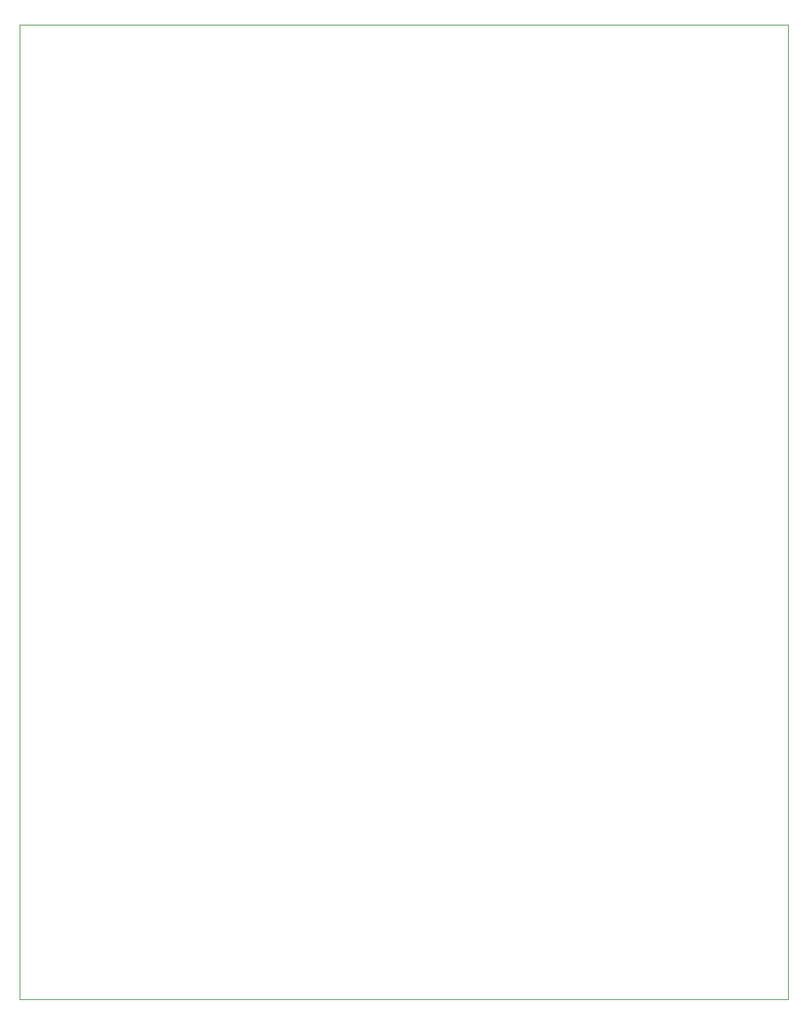
<source format=gbr>
%TF.GenerationSoftware,KiCad,Pcbnew,8.0.1*%
%TF.CreationDate,2024-03-29T21:28:49-04:00*%
%TF.ProjectId,mandreko-deej,6d616e64-7265-46b6-9f2d-6465656a2e6b,rev?*%
%TF.SameCoordinates,Original*%
%TF.FileFunction,Profile,NP*%
%FSLAX46Y46*%
G04 Gerber Fmt 4.6, Leading zero omitted, Abs format (unit mm)*
G04 Created by KiCad (PCBNEW 8.0.1) date 2024-03-29 21:28:49*
%MOMM*%
%LPD*%
G01*
G04 APERTURE LIST*
%TA.AperFunction,Profile*%
%ADD10C,0.050000*%
%TD*%
G04 APERTURE END LIST*
D10*
X108000000Y-39500000D02*
X197500000Y-39500000D01*
X197500000Y-153000000D01*
X108000000Y-153000000D01*
X108000000Y-39500000D01*
M02*

</source>
